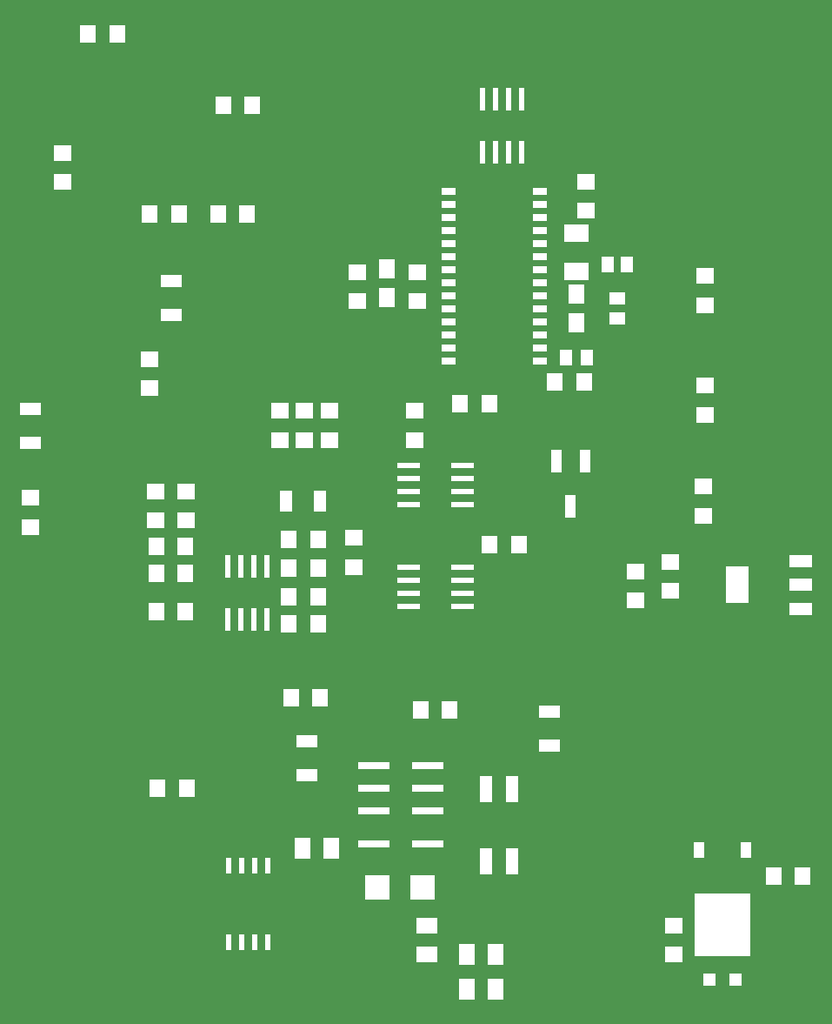
<source format=gbr>
G04 EAGLE Gerber X2 export*
%TF.Part,Single*%
%TF.FileFunction,Paste,Top*%
%TF.FilePolarity,Negative*%
%TF.GenerationSoftware,Autodesk,EAGLE,9.2.0*%
%TF.CreationDate,2018-10-30T13:39:26Z*%
G75*
%MOMM*%
%FSLAX34Y34*%
%LPD*%
%INSolderpaste Top*%
%IPNEG*%
%AMOC8*
5,1,8,0,0,1.08239X$1,22.5*%
G01*
%ADD10R,1.500000X1.300000*%
%ADD11R,1.300000X1.500000*%
%ADD12R,1.500000X1.950000*%
%ADD13R,1.300000X1.600000*%
%ADD14R,0.600000X2.200000*%
%ADD15R,2.235200X1.219200*%
%ADD16R,2.200000X3.600000*%
%ADD17R,2.400000X1.700000*%
%ADD18R,1.600000X1.803000*%
%ADD19R,1.803000X1.600000*%
%ADD20R,1.422400X0.711200*%
%ADD21R,1.066800X2.184400*%
%ADD22R,0.533400X1.549400*%
%ADD23R,1.000000X1.600000*%
%ADD24R,5.400000X6.200000*%
%ADD25R,1.800000X1.600000*%
%ADD26R,1.600000X2.000000*%
%ADD27R,3.100000X0.800000*%
%ADD28R,1.270000X2.540000*%
%ADD29R,2.000000X1.600000*%
%ADD30R,2.209800X0.609600*%
%ADD31R,2.400000X2.400000*%
%ADD32R,1.270000X1.270000*%
%ADD33R,1.600000X1.800000*%
%ADD34R,2.032000X1.270000*%
%ADD35R,1.270000X2.032000*%


D10*
X665400Y689000D03*
X665400Y708000D03*
D11*
X656200Y741084D03*
X675200Y741084D03*
D12*
X626083Y684750D03*
X626083Y712250D03*
X441180Y709400D03*
X441180Y736900D03*
D13*
X636083Y650600D03*
X616083Y650600D03*
D14*
X572850Y902300D03*
X560150Y902300D03*
X547450Y902300D03*
X534750Y902300D03*
X534750Y850300D03*
X547450Y850300D03*
X560150Y850300D03*
X572850Y850300D03*
D15*
X844688Y406336D03*
X844688Y429450D03*
X844688Y452564D03*
D16*
X782710Y429450D03*
D17*
X626083Y771500D03*
X626083Y734500D03*
D18*
X604930Y627400D03*
X633370Y627400D03*
D19*
X412900Y705446D03*
X412900Y733886D03*
X635551Y822220D03*
X635551Y793780D03*
X209950Y649220D03*
X209950Y620780D03*
D18*
X310320Y896400D03*
X281880Y896400D03*
X178870Y966050D03*
X150430Y966050D03*
D19*
X125200Y821680D03*
X125200Y850120D03*
D18*
X210380Y790550D03*
X238820Y790550D03*
D19*
X245900Y520721D03*
X245900Y492281D03*
X216300Y492281D03*
X216300Y520721D03*
X751304Y594942D03*
X751304Y623382D03*
X94050Y514320D03*
X94050Y485880D03*
D18*
X276680Y790550D03*
X305120Y790550D03*
D19*
X337000Y599220D03*
X337000Y570780D03*
X749793Y496945D03*
X749793Y525385D03*
X751304Y701611D03*
X751304Y730051D03*
D18*
X474145Y307800D03*
X502585Y307800D03*
X374220Y417850D03*
X345780Y417850D03*
D19*
X470550Y705446D03*
X470550Y733886D03*
X385000Y598886D03*
X385000Y570446D03*
D20*
X590550Y711200D03*
X590550Y698500D03*
X590550Y736600D03*
X501650Y711200D03*
X590550Y685800D03*
X590550Y723900D03*
X590550Y774700D03*
X501650Y762000D03*
X501650Y698500D03*
X590550Y647700D03*
X501650Y647700D03*
X590550Y673100D03*
X501650Y749300D03*
X501650Y736600D03*
X501650Y723900D03*
X501650Y685800D03*
X501650Y673100D03*
X590550Y660400D03*
X501650Y660400D03*
X501650Y800100D03*
X501650Y787400D03*
X501650Y774700D03*
X590550Y812800D03*
X501650Y812800D03*
X590550Y800100D03*
X590550Y787400D03*
X590550Y762000D03*
X590550Y749300D03*
D21*
X634300Y549900D03*
X620300Y505900D03*
X606300Y549900D03*
D19*
X361000Y570446D03*
X361000Y598886D03*
D18*
X345780Y474161D03*
X374220Y474161D03*
D22*
X325200Y156334D03*
X312500Y156334D03*
X299800Y156334D03*
X287100Y156334D03*
X287100Y82166D03*
X299800Y82166D03*
X312500Y82166D03*
X325200Y82166D03*
D23*
X791100Y171700D03*
X745500Y171700D03*
D24*
X768300Y98700D03*
D25*
X720800Y97850D03*
X720800Y69850D03*
D26*
X387200Y173150D03*
X359200Y173150D03*
D27*
X481200Y177900D03*
X481200Y209900D03*
X481200Y231900D03*
X481200Y253900D03*
X428200Y177900D03*
X428200Y209900D03*
X428200Y231900D03*
X428200Y253900D03*
D28*
X538100Y160500D03*
X563500Y160500D03*
X563500Y230500D03*
X538100Y230500D03*
D26*
X518850Y69650D03*
X546850Y69650D03*
X546950Y36000D03*
X518950Y36000D03*
D29*
X480200Y97750D03*
X480200Y69750D03*
D25*
X683400Y414550D03*
X683400Y442550D03*
D30*
X462788Y446950D03*
X462788Y434250D03*
X462788Y421550D03*
X462788Y408850D03*
X515112Y408850D03*
X515112Y421550D03*
X515112Y434250D03*
X515112Y446950D03*
X462788Y546100D03*
X462788Y533400D03*
X462788Y520700D03*
X462788Y508000D03*
X515112Y508000D03*
X515112Y520700D03*
X515112Y533400D03*
X515112Y546100D03*
D31*
X475650Y135000D03*
X431650Y135000D03*
D32*
X780700Y45500D03*
X755300Y45500D03*
D18*
X541170Y605850D03*
X512730Y605850D03*
D19*
X409000Y475585D03*
X409000Y447145D03*
D18*
X374220Y446000D03*
X345780Y446000D03*
X570000Y469000D03*
X541560Y469000D03*
D25*
X717000Y424000D03*
X717000Y452000D03*
D18*
X245000Y404000D03*
X216560Y404000D03*
D19*
X468000Y599220D03*
X468000Y570780D03*
D33*
X818000Y146000D03*
X846000Y146000D03*
D18*
X347780Y320000D03*
X376220Y320000D03*
X217780Y232000D03*
X246220Y232000D03*
X245220Y467000D03*
X216780Y467000D03*
X245220Y441000D03*
X216780Y441000D03*
D33*
X346000Y392000D03*
X374000Y392000D03*
D14*
X298650Y396000D03*
X298650Y448000D03*
X285950Y396000D03*
X311350Y396000D03*
X324050Y396000D03*
X285950Y448000D03*
X311350Y448000D03*
X324050Y448000D03*
D34*
X231000Y692490D03*
X231000Y725510D03*
X94000Y600510D03*
X94000Y567490D03*
D35*
X376510Y511000D03*
X343490Y511000D03*
D34*
X363000Y277510D03*
X363000Y244490D03*
X600000Y306510D03*
X600000Y273490D03*
M02*

</source>
